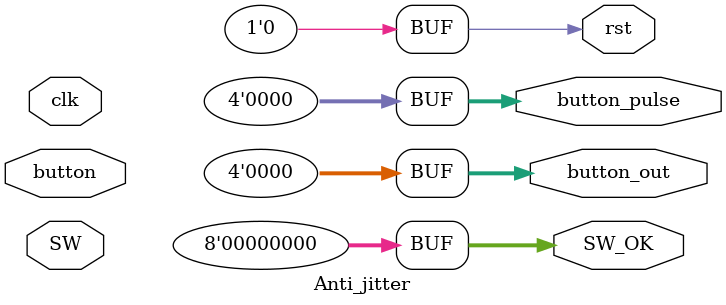
<source format=v>
module Anti_jitter(	// file.cleaned.mlir:2:3
  input        clk,	// file.cleaned.mlir:2:29
  input  [3:0] button,	// file.cleaned.mlir:2:43
  input  [7:0] SW,	// file.cleaned.mlir:2:60
  output [3:0] button_out,	// file.cleaned.mlir:2:74
               button_pulse,	// file.cleaned.mlir:2:95
  output [7:0] SW_OK,	// file.cleaned.mlir:2:118
  output       rst	// file.cleaned.mlir:2:134
);

  assign button_out = 4'h0;	// file.cleaned.mlir:3:14, :6:5
  assign button_pulse = 4'h0;	// file.cleaned.mlir:3:14, :6:5
  assign SW_OK = 8'h0;	// file.cleaned.mlir:4:14, :6:5
  assign rst = 1'h0;	// file.cleaned.mlir:5:14, :6:5
endmodule


</source>
